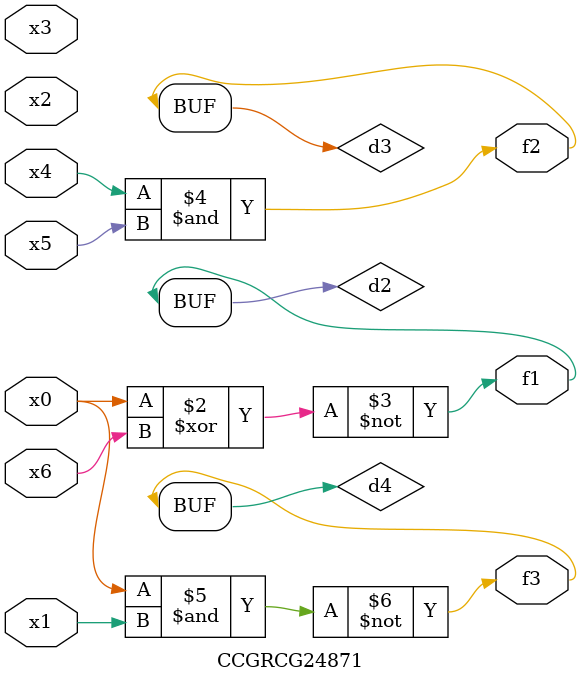
<source format=v>
module CCGRCG24871(
	input x0, x1, x2, x3, x4, x5, x6,
	output f1, f2, f3
);

	wire d1, d2, d3, d4;

	nor (d1, x0);
	xnor (d2, x0, x6);
	and (d3, x4, x5);
	nand (d4, x0, x1);
	assign f1 = d2;
	assign f2 = d3;
	assign f3 = d4;
endmodule

</source>
